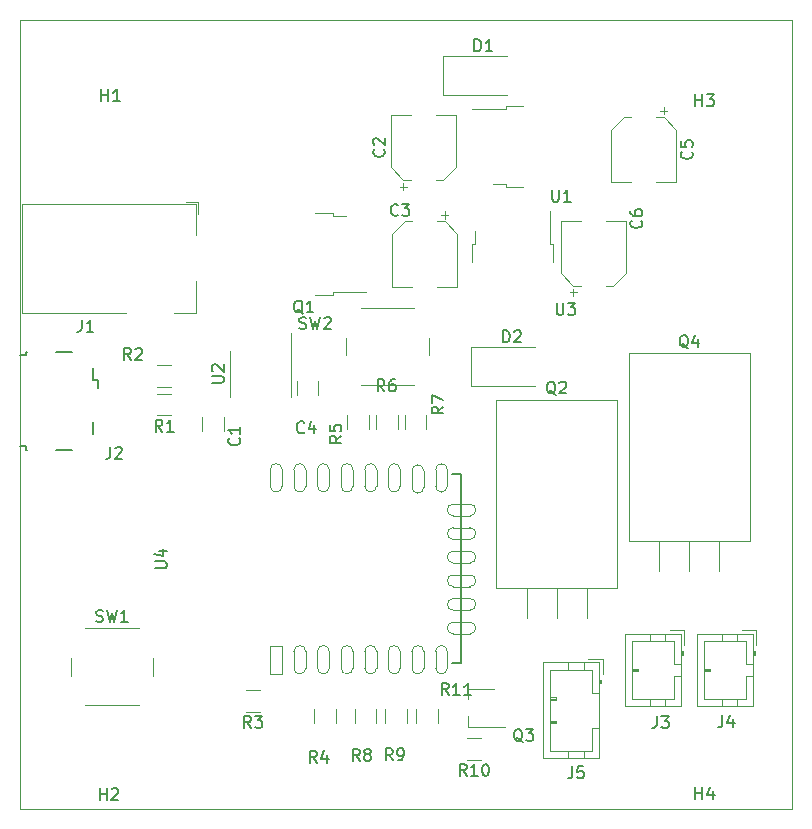
<source format=gbr>
%TF.GenerationSoftware,KiCad,Pcbnew,(5.1.5)-3*%
%TF.CreationDate,2020-09-10T16:10:11-05:00*%
%TF.ProjectId,UVLight,55564c69-6768-4742-9e6b-696361645f70,rev?*%
%TF.SameCoordinates,Original*%
%TF.FileFunction,Legend,Top*%
%TF.FilePolarity,Positive*%
%FSLAX46Y46*%
G04 Gerber Fmt 4.6, Leading zero omitted, Abs format (unit mm)*
G04 Created by KiCad (PCBNEW (5.1.5)-3) date 2020-09-10 16:10:11*
%MOMM*%
%LPD*%
G04 APERTURE LIST*
%ADD10C,0.050000*%
%ADD11C,0.120000*%
%ADD12C,0.152400*%
%ADD13C,0.150000*%
%ADD14C,0.100000*%
G04 APERTURE END LIST*
D10*
X95885000Y-140462000D02*
X95885000Y-73660000D01*
X161290000Y-140462000D02*
X95885000Y-140462000D01*
X161290000Y-73660000D02*
X161290000Y-140462000D01*
X95885000Y-73660000D02*
X161290000Y-73660000D01*
D11*
X107207000Y-129174000D02*
X107207000Y-127674000D01*
X105957000Y-125174000D02*
X101457000Y-125174000D01*
X100207000Y-127674000D02*
X100207000Y-129174000D01*
X101457000Y-131674000D02*
X105957000Y-131674000D01*
X134141000Y-101347000D02*
X139541000Y-101347000D01*
X134141000Y-104647000D02*
X139541000Y-104647000D01*
X134141000Y-101347000D02*
X134141000Y-104647000D01*
X131728000Y-76709000D02*
X137128000Y-76709000D01*
X131728000Y-80009000D02*
X137128000Y-80009000D01*
X131728000Y-76709000D02*
X131728000Y-80009000D01*
X113708000Y-103632000D02*
X113708000Y-105582000D01*
X113708000Y-103632000D02*
X113708000Y-101682000D01*
X118828000Y-103632000D02*
X118828000Y-105582000D01*
X118828000Y-103632000D02*
X118828000Y-100182000D01*
D12*
X132461000Y-128143000D02*
X133223000Y-128143000D01*
X133223000Y-128143000D02*
X133223000Y-112141000D01*
X133223000Y-112141000D02*
X132461000Y-112141000D01*
D11*
X136231000Y-121722000D02*
X146471000Y-121722000D01*
X136231000Y-105832000D02*
X146471000Y-105832000D01*
X136231000Y-105832000D02*
X136231000Y-121722000D01*
X146471000Y-105832000D02*
X146471000Y-121722000D01*
X138811000Y-121722000D02*
X138811000Y-124262000D01*
X141351000Y-121722000D02*
X141351000Y-124262000D01*
X143891000Y-121722000D02*
X143891000Y-124262000D01*
X155130000Y-117785500D02*
X155130000Y-120325500D01*
X152590000Y-117785500D02*
X152590000Y-120325500D01*
X150050000Y-117785500D02*
X150050000Y-120325500D01*
X157710000Y-101895500D02*
X157710000Y-117785500D01*
X147470000Y-101895500D02*
X147470000Y-117785500D01*
X147470000Y-101895500D02*
X157710000Y-101895500D01*
X147470000Y-117785500D02*
X157710000Y-117785500D01*
X136013000Y-130280000D02*
X133863000Y-130280000D01*
X136938000Y-133500000D02*
X133863000Y-133500000D01*
X133863000Y-133490000D02*
X133863000Y-132590000D01*
X133863000Y-131190000D02*
X133863000Y-130280000D01*
X111358000Y-107283936D02*
X111358000Y-108488064D01*
X113178000Y-107283936D02*
X113178000Y-108488064D01*
X128050500Y-87767500D02*
X128675500Y-87767500D01*
X128363000Y-88080000D02*
X128363000Y-87455000D01*
X131743563Y-87215000D02*
X132808000Y-86150563D01*
X128352437Y-87215000D02*
X127288000Y-86150563D01*
X128352437Y-87215000D02*
X128988000Y-87215000D01*
X131743563Y-87215000D02*
X131108000Y-87215000D01*
X132808000Y-86150563D02*
X132808000Y-81695000D01*
X127288000Y-86150563D02*
X127288000Y-81695000D01*
X127288000Y-81695000D02*
X128988000Y-81695000D01*
X132808000Y-81695000D02*
X131108000Y-81695000D01*
X132172500Y-90159500D02*
X131547500Y-90159500D01*
X131860000Y-89847000D02*
X131860000Y-90472000D01*
X128479437Y-90712000D02*
X127415000Y-91776437D01*
X131870563Y-90712000D02*
X132935000Y-91776437D01*
X131870563Y-90712000D02*
X131235000Y-90712000D01*
X128479437Y-90712000D02*
X129115000Y-90712000D01*
X127415000Y-91776437D02*
X127415000Y-96232000D01*
X132935000Y-91776437D02*
X132935000Y-96232000D01*
X132935000Y-96232000D02*
X131235000Y-96232000D01*
X127415000Y-96232000D02*
X129115000Y-96232000D01*
X119359000Y-105440064D02*
X119359000Y-104235936D01*
X121179000Y-105440064D02*
X121179000Y-104235936D01*
X145957000Y-87405500D02*
X147657000Y-87405500D01*
X151477000Y-87405500D02*
X149777000Y-87405500D01*
X151477000Y-82949937D02*
X151477000Y-87405500D01*
X145957000Y-82949937D02*
X145957000Y-87405500D01*
X147021437Y-81885500D02*
X147657000Y-81885500D01*
X150412563Y-81885500D02*
X149777000Y-81885500D01*
X150412563Y-81885500D02*
X151477000Y-82949937D01*
X147021437Y-81885500D02*
X145957000Y-82949937D01*
X150402000Y-81020500D02*
X150402000Y-81645500D01*
X150714500Y-81333000D02*
X150089500Y-81333000D01*
X147222000Y-90648500D02*
X145522000Y-90648500D01*
X141702000Y-90648500D02*
X143402000Y-90648500D01*
X141702000Y-95104063D02*
X141702000Y-90648500D01*
X147222000Y-95104063D02*
X147222000Y-90648500D01*
X146157563Y-96168500D02*
X145522000Y-96168500D01*
X142766437Y-96168500D02*
X143402000Y-96168500D01*
X142766437Y-96168500D02*
X141702000Y-95104063D01*
X146157563Y-96168500D02*
X147222000Y-95104063D01*
X142777000Y-97033500D02*
X142777000Y-96408500D01*
X142464500Y-96721000D02*
X143089500Y-96721000D01*
X111018500Y-90103000D02*
X111018500Y-89053000D01*
X109968500Y-89053000D02*
X111018500Y-89053000D01*
X104918500Y-98453000D02*
X96118500Y-98453000D01*
X96118500Y-98453000D02*
X96118500Y-89253000D01*
X110818500Y-95753000D02*
X110818500Y-98453000D01*
X110818500Y-98453000D02*
X108918500Y-98453000D01*
X96118500Y-89253000D02*
X110818500Y-89253000D01*
X110818500Y-89253000D02*
X110818500Y-91853000D01*
D13*
X100345000Y-101768000D02*
X98945000Y-101768000D01*
X96545000Y-101768000D02*
X96395000Y-101768000D01*
X96395000Y-101768000D02*
X96395000Y-102068000D01*
X96395000Y-102068000D02*
X95945000Y-102068000D01*
X95945000Y-109768000D02*
X96395000Y-109768000D01*
X96395000Y-109768000D02*
X96395000Y-110068000D01*
X96395000Y-110068000D02*
X96545000Y-110068000D01*
X98945000Y-110068000D02*
X100345000Y-110068000D01*
X102520000Y-104843000D02*
X102520000Y-104118000D01*
X102520000Y-104118000D02*
X102095000Y-104118000D01*
X102095000Y-104118000D02*
X102095000Y-103118000D01*
X102095000Y-107718000D02*
X102095000Y-108718000D01*
D11*
X152161000Y-125338500D02*
X150911000Y-125338500D01*
X152161000Y-126588500D02*
X152161000Y-125338500D01*
X147751000Y-128698500D02*
X148251000Y-128698500D01*
X148251000Y-128798500D02*
X147751000Y-128798500D01*
X148251000Y-128598500D02*
X148251000Y-128798500D01*
X147751000Y-128598500D02*
X148251000Y-128598500D01*
X149251000Y-131758500D02*
X149251000Y-131148500D01*
X150551000Y-131758500D02*
X150551000Y-131148500D01*
X149251000Y-125638500D02*
X149251000Y-126248500D01*
X150551000Y-125638500D02*
X150551000Y-126248500D01*
X151251000Y-129198500D02*
X151861000Y-129198500D01*
X151251000Y-131148500D02*
X151251000Y-129198500D01*
X147751000Y-131148500D02*
X151251000Y-131148500D01*
X147751000Y-126248500D02*
X147751000Y-131148500D01*
X151251000Y-126248500D02*
X147751000Y-126248500D01*
X151251000Y-128198500D02*
X151251000Y-126248500D01*
X151861000Y-128198500D02*
X151251000Y-128198500D01*
X151961000Y-127398500D02*
X151961000Y-127098500D01*
X152061000Y-127098500D02*
X151861000Y-127098500D01*
X152061000Y-127398500D02*
X152061000Y-127098500D01*
X151861000Y-127398500D02*
X152061000Y-127398500D01*
X151861000Y-131758500D02*
X151861000Y-125638500D01*
X147141000Y-131758500D02*
X151861000Y-131758500D01*
X147141000Y-125638500D02*
X147141000Y-131758500D01*
X151861000Y-125638500D02*
X147141000Y-125638500D01*
X157957000Y-125638500D02*
X153237000Y-125638500D01*
X153237000Y-125638500D02*
X153237000Y-131758500D01*
X153237000Y-131758500D02*
X157957000Y-131758500D01*
X157957000Y-131758500D02*
X157957000Y-125638500D01*
X157957000Y-127398500D02*
X158157000Y-127398500D01*
X158157000Y-127398500D02*
X158157000Y-127098500D01*
X158157000Y-127098500D02*
X157957000Y-127098500D01*
X158057000Y-127398500D02*
X158057000Y-127098500D01*
X157957000Y-128198500D02*
X157347000Y-128198500D01*
X157347000Y-128198500D02*
X157347000Y-126248500D01*
X157347000Y-126248500D02*
X153847000Y-126248500D01*
X153847000Y-126248500D02*
X153847000Y-131148500D01*
X153847000Y-131148500D02*
X157347000Y-131148500D01*
X157347000Y-131148500D02*
X157347000Y-129198500D01*
X157347000Y-129198500D02*
X157957000Y-129198500D01*
X156647000Y-125638500D02*
X156647000Y-126248500D01*
X155347000Y-125638500D02*
X155347000Y-126248500D01*
X156647000Y-131758500D02*
X156647000Y-131148500D01*
X155347000Y-131758500D02*
X155347000Y-131148500D01*
X153847000Y-128598500D02*
X154347000Y-128598500D01*
X154347000Y-128598500D02*
X154347000Y-128798500D01*
X154347000Y-128798500D02*
X153847000Y-128798500D01*
X153847000Y-128698500D02*
X154347000Y-128698500D01*
X158257000Y-126588500D02*
X158257000Y-125338500D01*
X158257000Y-125338500D02*
X157007000Y-125338500D01*
X144939000Y-128052000D02*
X140219000Y-128052000D01*
X140219000Y-128052000D02*
X140219000Y-136172000D01*
X140219000Y-136172000D02*
X144939000Y-136172000D01*
X144939000Y-136172000D02*
X144939000Y-128052000D01*
X144939000Y-129812000D02*
X145139000Y-129812000D01*
X145139000Y-129812000D02*
X145139000Y-129512000D01*
X145139000Y-129512000D02*
X144939000Y-129512000D01*
X145039000Y-129812000D02*
X145039000Y-129512000D01*
X144939000Y-130612000D02*
X144329000Y-130612000D01*
X144329000Y-130612000D02*
X144329000Y-128662000D01*
X144329000Y-128662000D02*
X140829000Y-128662000D01*
X140829000Y-128662000D02*
X140829000Y-135562000D01*
X140829000Y-135562000D02*
X144329000Y-135562000D01*
X144329000Y-135562000D02*
X144329000Y-133612000D01*
X144329000Y-133612000D02*
X144939000Y-133612000D01*
X143629000Y-128052000D02*
X143629000Y-128662000D01*
X142329000Y-128052000D02*
X142329000Y-128662000D01*
X143629000Y-136172000D02*
X143629000Y-135562000D01*
X142329000Y-136172000D02*
X142329000Y-135562000D01*
X140829000Y-131012000D02*
X141329000Y-131012000D01*
X141329000Y-131012000D02*
X141329000Y-131212000D01*
X141329000Y-131212000D02*
X140829000Y-131212000D01*
X140829000Y-131112000D02*
X141329000Y-131112000D01*
X140829000Y-133012000D02*
X141329000Y-133012000D01*
X141329000Y-133012000D02*
X141329000Y-133212000D01*
X141329000Y-133212000D02*
X140829000Y-133212000D01*
X140829000Y-133112000D02*
X141329000Y-133112000D01*
X145239000Y-129002000D02*
X145239000Y-127752000D01*
X145239000Y-127752000D02*
X143989000Y-127752000D01*
X120922000Y-96922000D02*
X122422000Y-96922000D01*
X122422000Y-96922000D02*
X122422000Y-96652000D01*
X122422000Y-96652000D02*
X125252000Y-96652000D01*
X120922000Y-90022000D02*
X122422000Y-90022000D01*
X122422000Y-90022000D02*
X122422000Y-90292000D01*
X122422000Y-90292000D02*
X123522000Y-90292000D01*
X108742064Y-105326000D02*
X107537936Y-105326000D01*
X108742064Y-107146000D02*
X107537936Y-107146000D01*
X108742064Y-104732000D02*
X107537936Y-104732000D01*
X108742064Y-102912000D02*
X107537936Y-102912000D01*
X116236064Y-132228000D02*
X115031936Y-132228000D01*
X116236064Y-130408000D02*
X115031936Y-130408000D01*
X122640000Y-131985936D02*
X122640000Y-133190064D01*
X120820000Y-131985936D02*
X120820000Y-133190064D01*
X123614000Y-107093936D02*
X123614000Y-108298064D01*
X125434000Y-107093936D02*
X125434000Y-108298064D01*
X127910000Y-107093936D02*
X127910000Y-108298064D01*
X126090000Y-107093936D02*
X126090000Y-108298064D01*
X128503000Y-107093936D02*
X128503000Y-108298064D01*
X130323000Y-107093936D02*
X130323000Y-108298064D01*
X126068000Y-133190064D02*
X126068000Y-131985936D01*
X124248000Y-133190064D02*
X124248000Y-131985936D01*
X126852000Y-133190064D02*
X126852000Y-131985936D01*
X128672000Y-133190064D02*
X128672000Y-131985936D01*
X134968064Y-134472000D02*
X133763936Y-134472000D01*
X134968064Y-136292000D02*
X133763936Y-136292000D01*
X131276000Y-131985936D02*
X131276000Y-133190064D01*
X129456000Y-131985936D02*
X129456000Y-133190064D01*
X129302000Y-98068000D02*
X124802000Y-98068000D01*
X130552000Y-102068000D02*
X130552000Y-100568000D01*
X124802000Y-104568000D02*
X129302000Y-104568000D01*
X123552000Y-100568000D02*
X123552000Y-102068000D01*
X137040000Y-87571500D02*
X135940000Y-87571500D01*
X137040000Y-87841500D02*
X137040000Y-87571500D01*
X138540000Y-87841500D02*
X137040000Y-87841500D01*
X137040000Y-81211500D02*
X134210000Y-81211500D01*
X137040000Y-80941500D02*
X137040000Y-81211500D01*
X138540000Y-80941500D02*
X137040000Y-80941500D01*
X141054000Y-94153000D02*
X141054000Y-92653000D01*
X141054000Y-92653000D02*
X140784000Y-92653000D01*
X140784000Y-92653000D02*
X140784000Y-89823000D01*
X134154000Y-94153000D02*
X134154000Y-92653000D01*
X134154000Y-92653000D02*
X134424000Y-92653000D01*
X134424000Y-92653000D02*
X134424000Y-91553000D01*
D14*
X117102000Y-126627000D02*
X117102000Y-129027000D01*
X118102000Y-129027000D01*
X118102000Y-126627000D01*
X117102000Y-126627000D01*
X120102000Y-128527000D02*
X120102000Y-127127000D01*
X119102000Y-128527000D02*
X119102000Y-127127000D01*
X120102000Y-127127000D02*
G75*
G03X119102000Y-127127000I-500000J0D01*
G01*
X119102000Y-128527000D02*
G75*
G03X120102000Y-128527000I500000J0D01*
G01*
X122102000Y-128527000D02*
X122102000Y-127127000D01*
X121102000Y-128527000D02*
X121102000Y-127127000D01*
X122102000Y-127127000D02*
G75*
G03X121102000Y-127127000I-500000J0D01*
G01*
X121102000Y-128527000D02*
G75*
G03X122102000Y-128527000I500000J0D01*
G01*
X124102000Y-128527000D02*
X124102000Y-127127000D01*
X123102000Y-128527000D02*
X123102000Y-127127000D01*
X124102000Y-127127000D02*
G75*
G03X123102000Y-127127000I-500000J0D01*
G01*
X123102000Y-128527000D02*
G75*
G03X124102000Y-128527000I500000J0D01*
G01*
X126102000Y-128527000D02*
X126102000Y-127127000D01*
X125102000Y-128527000D02*
X125102000Y-127127000D01*
X126102000Y-127127000D02*
G75*
G03X125102000Y-127127000I-500000J0D01*
G01*
X125102000Y-128527000D02*
G75*
G03X126102000Y-128527000I500000J0D01*
G01*
X128102000Y-128527000D02*
X128102000Y-127127000D01*
X127102000Y-128527000D02*
X127102000Y-127127000D01*
X128102000Y-127127000D02*
G75*
G03X127102000Y-127127000I-500000J0D01*
G01*
X127102000Y-128527000D02*
G75*
G03X128102000Y-128527000I500000J0D01*
G01*
X130102000Y-128527000D02*
X130102000Y-127127000D01*
X129102000Y-128527000D02*
X129102000Y-127127000D01*
X130102000Y-127127000D02*
G75*
G03X129102000Y-127127000I-500000J0D01*
G01*
X129102000Y-128527000D02*
G75*
G03X130102000Y-128527000I500000J0D01*
G01*
X132102000Y-128527000D02*
X132102000Y-127127000D01*
X131102000Y-128527000D02*
X131102000Y-127127000D01*
X132102000Y-127127000D02*
G75*
G03X131102000Y-127127000I-500000J0D01*
G01*
X131102000Y-128527000D02*
G75*
G03X132102000Y-128527000I500000J0D01*
G01*
X132102000Y-113127000D02*
X132102000Y-111727000D01*
X131102000Y-113127000D02*
X131102000Y-111727000D01*
X132102000Y-111727000D02*
G75*
G03X131102000Y-111727000I-500000J0D01*
G01*
X131102000Y-113127000D02*
G75*
G03X132102000Y-113127000I500000J0D01*
G01*
X130102000Y-113227000D02*
X130102000Y-111827000D01*
X129102000Y-113227000D02*
X129102000Y-111827000D01*
X130102000Y-111827000D02*
G75*
G03X129102000Y-111827000I-500000J0D01*
G01*
X129102000Y-113227000D02*
G75*
G03X130102000Y-113227000I500000J0D01*
G01*
X128102000Y-113127000D02*
X128102000Y-111727000D01*
X127102000Y-113127000D02*
X127102000Y-111727000D01*
X128102000Y-111727000D02*
G75*
G03X127102000Y-111727000I-500000J0D01*
G01*
X127102000Y-113127000D02*
G75*
G03X128102000Y-113127000I500000J0D01*
G01*
X126102000Y-113127000D02*
X126102000Y-111727000D01*
X125102000Y-113127000D02*
X125102000Y-111727000D01*
X126102000Y-111727000D02*
G75*
G03X125102000Y-111727000I-500000J0D01*
G01*
X125102000Y-113127000D02*
G75*
G03X126102000Y-113127000I500000J0D01*
G01*
X124102000Y-113127000D02*
X124102000Y-111727000D01*
X123102000Y-113127000D02*
X123102000Y-111727000D01*
X124102000Y-111727000D02*
G75*
G03X123102000Y-111727000I-500000J0D01*
G01*
X123102000Y-113127000D02*
G75*
G03X124102000Y-113127000I500000J0D01*
G01*
X122102000Y-113127000D02*
X122102000Y-111727000D01*
X121102000Y-113127000D02*
X121102000Y-111727000D01*
X122102000Y-111727000D02*
G75*
G03X121102000Y-111727000I-500000J0D01*
G01*
X121102000Y-113127000D02*
G75*
G03X122102000Y-113127000I500000J0D01*
G01*
X120102000Y-113127000D02*
X120102000Y-111727000D01*
X119102000Y-113127000D02*
X119102000Y-111727000D01*
X120102000Y-111727000D02*
G75*
G03X119102000Y-111727000I-500000J0D01*
G01*
X119102000Y-113127000D02*
G75*
G03X120102000Y-113127000I500000J0D01*
G01*
X118102000Y-113127000D02*
X118102000Y-111727000D01*
X117102000Y-113127000D02*
X117102000Y-111727000D01*
X118102000Y-111727000D02*
G75*
G03X117102000Y-111727000I-500000J0D01*
G01*
X117102000Y-113127000D02*
G75*
G03X118102000Y-113127000I500000J0D01*
G01*
X134002000Y-124637000D02*
X132602000Y-124637000D01*
X134002000Y-125637000D02*
X132602000Y-125637000D01*
X132602000Y-124637000D02*
G75*
G03X132602000Y-125637000I0J-500000D01*
G01*
X134002000Y-125637000D02*
G75*
G03X134002000Y-124637000I0J500000D01*
G01*
X134002000Y-122637000D02*
X132602000Y-122637000D01*
X134002000Y-123637000D02*
X132602000Y-123637000D01*
X132602000Y-122637000D02*
G75*
G03X132602000Y-123637000I0J-500000D01*
G01*
X134002000Y-123637000D02*
G75*
G03X134002000Y-122637000I0J500000D01*
G01*
X134002000Y-120637000D02*
X132602000Y-120637000D01*
X134002000Y-121637000D02*
X132602000Y-121637000D01*
X132602000Y-120637000D02*
G75*
G03X132602000Y-121637000I0J-500000D01*
G01*
X134002000Y-121637000D02*
G75*
G03X134002000Y-120637000I0J500000D01*
G01*
X134002000Y-118637000D02*
X132602000Y-118637000D01*
X134002000Y-119637000D02*
X132602000Y-119637000D01*
X132602000Y-118637000D02*
G75*
G03X132602000Y-119637000I0J-500000D01*
G01*
X134002000Y-119637000D02*
G75*
G03X134002000Y-118637000I0J500000D01*
G01*
X134002000Y-116637000D02*
X132602000Y-116637000D01*
X134002000Y-117637000D02*
X132602000Y-117637000D01*
X132602000Y-116637000D02*
G75*
G03X132602000Y-117637000I0J-500000D01*
G01*
X134002000Y-117637000D02*
G75*
G03X134002000Y-116637000I0J500000D01*
G01*
X134002000Y-114637000D02*
X132602000Y-114637000D01*
X134002000Y-115637000D02*
X132602000Y-115637000D01*
X132602000Y-114637000D02*
G75*
G03X132602000Y-115637000I0J-500000D01*
G01*
X134002000Y-115637000D02*
G75*
G03X134002000Y-114637000I0J500000D01*
G01*
D13*
X153098595Y-139644380D02*
X153098595Y-138644380D01*
X153098595Y-139120571D02*
X153670023Y-139120571D01*
X153670023Y-139644380D02*
X153670023Y-138644380D01*
X154574785Y-138977714D02*
X154574785Y-139644380D01*
X154336690Y-138596761D02*
X154098595Y-139311047D01*
X154717642Y-139311047D01*
X153098595Y-80970380D02*
X153098595Y-79970380D01*
X153098595Y-80446571D02*
X153670023Y-80446571D01*
X153670023Y-80970380D02*
X153670023Y-79970380D01*
X154050976Y-79970380D02*
X154670023Y-79970380D01*
X154336690Y-80351333D01*
X154479547Y-80351333D01*
X154574785Y-80398952D01*
X154622404Y-80446571D01*
X154670023Y-80541809D01*
X154670023Y-80779904D01*
X154622404Y-80875142D01*
X154574785Y-80922761D01*
X154479547Y-80970380D01*
X154193833Y-80970380D01*
X154098595Y-80922761D01*
X154050976Y-80875142D01*
X102679595Y-139707880D02*
X102679595Y-138707880D01*
X102679595Y-139184071D02*
X103251023Y-139184071D01*
X103251023Y-139707880D02*
X103251023Y-138707880D01*
X103679595Y-138803119D02*
X103727214Y-138755500D01*
X103822452Y-138707880D01*
X104060547Y-138707880D01*
X104155785Y-138755500D01*
X104203404Y-138803119D01*
X104251023Y-138898357D01*
X104251023Y-138993595D01*
X104203404Y-139136452D01*
X103631976Y-139707880D01*
X104251023Y-139707880D01*
X102806595Y-80525880D02*
X102806595Y-79525880D01*
X102806595Y-80002071D02*
X103378023Y-80002071D01*
X103378023Y-80525880D02*
X103378023Y-79525880D01*
X104378023Y-80525880D02*
X103806595Y-80525880D01*
X104092309Y-80525880D02*
X104092309Y-79525880D01*
X103997071Y-79668738D01*
X103901833Y-79763976D01*
X103806595Y-79811595D01*
X102373666Y-124578761D02*
X102516523Y-124626380D01*
X102754619Y-124626380D01*
X102849857Y-124578761D01*
X102897476Y-124531142D01*
X102945095Y-124435904D01*
X102945095Y-124340666D01*
X102897476Y-124245428D01*
X102849857Y-124197809D01*
X102754619Y-124150190D01*
X102564142Y-124102571D01*
X102468904Y-124054952D01*
X102421285Y-124007333D01*
X102373666Y-123912095D01*
X102373666Y-123816857D01*
X102421285Y-123721619D01*
X102468904Y-123674000D01*
X102564142Y-123626380D01*
X102802238Y-123626380D01*
X102945095Y-123674000D01*
X103278428Y-123626380D02*
X103516523Y-124626380D01*
X103707000Y-123912095D01*
X103897476Y-124626380D01*
X104135571Y-123626380D01*
X105040333Y-124626380D02*
X104468904Y-124626380D01*
X104754619Y-124626380D02*
X104754619Y-123626380D01*
X104659380Y-123769238D01*
X104564142Y-123864476D01*
X104468904Y-123912095D01*
X136802904Y-100949380D02*
X136802904Y-99949380D01*
X137041000Y-99949380D01*
X137183857Y-99997000D01*
X137279095Y-100092238D01*
X137326714Y-100187476D01*
X137374333Y-100377952D01*
X137374333Y-100520809D01*
X137326714Y-100711285D01*
X137279095Y-100806523D01*
X137183857Y-100901761D01*
X137041000Y-100949380D01*
X136802904Y-100949380D01*
X137755285Y-100044619D02*
X137802904Y-99997000D01*
X137898142Y-99949380D01*
X138136238Y-99949380D01*
X138231476Y-99997000D01*
X138279095Y-100044619D01*
X138326714Y-100139857D01*
X138326714Y-100235095D01*
X138279095Y-100377952D01*
X137707666Y-100949380D01*
X138326714Y-100949380D01*
X134389904Y-76311380D02*
X134389904Y-75311380D01*
X134628000Y-75311380D01*
X134770857Y-75359000D01*
X134866095Y-75454238D01*
X134913714Y-75549476D01*
X134961333Y-75739952D01*
X134961333Y-75882809D01*
X134913714Y-76073285D01*
X134866095Y-76168523D01*
X134770857Y-76263761D01*
X134628000Y-76311380D01*
X134389904Y-76311380D01*
X135913714Y-76311380D02*
X135342285Y-76311380D01*
X135628000Y-76311380D02*
X135628000Y-75311380D01*
X135532761Y-75454238D01*
X135437523Y-75549476D01*
X135342285Y-75597095D01*
X112164880Y-104393904D02*
X112974404Y-104393904D01*
X113069642Y-104346285D01*
X113117261Y-104298666D01*
X113164880Y-104203428D01*
X113164880Y-104012952D01*
X113117261Y-103917714D01*
X113069642Y-103870095D01*
X112974404Y-103822476D01*
X112164880Y-103822476D01*
X112260119Y-103393904D02*
X112212500Y-103346285D01*
X112164880Y-103251047D01*
X112164880Y-103012952D01*
X112212500Y-102917714D01*
X112260119Y-102870095D01*
X112355357Y-102822476D01*
X112450595Y-102822476D01*
X112593452Y-102870095D01*
X113164880Y-103441523D01*
X113164880Y-102822476D01*
X107338880Y-120078404D02*
X108148404Y-120078404D01*
X108243642Y-120030785D01*
X108291261Y-119983166D01*
X108338880Y-119887928D01*
X108338880Y-119697452D01*
X108291261Y-119602214D01*
X108243642Y-119554595D01*
X108148404Y-119506976D01*
X107338880Y-119506976D01*
X107672214Y-118602214D02*
X108338880Y-118602214D01*
X107291261Y-118840309D02*
X108005547Y-119078404D01*
X108005547Y-118459357D01*
X141255761Y-105379619D02*
X141160523Y-105332000D01*
X141065285Y-105236761D01*
X140922428Y-105093904D01*
X140827190Y-105046285D01*
X140731952Y-105046285D01*
X140779571Y-105284380D02*
X140684333Y-105236761D01*
X140589095Y-105141523D01*
X140541476Y-104951047D01*
X140541476Y-104617714D01*
X140589095Y-104427238D01*
X140684333Y-104332000D01*
X140779571Y-104284380D01*
X140970047Y-104284380D01*
X141065285Y-104332000D01*
X141160523Y-104427238D01*
X141208142Y-104617714D01*
X141208142Y-104951047D01*
X141160523Y-105141523D01*
X141065285Y-105236761D01*
X140970047Y-105284380D01*
X140779571Y-105284380D01*
X141589095Y-104379619D02*
X141636714Y-104332000D01*
X141731952Y-104284380D01*
X141970047Y-104284380D01*
X142065285Y-104332000D01*
X142112904Y-104379619D01*
X142160523Y-104474857D01*
X142160523Y-104570095D01*
X142112904Y-104712952D01*
X141541476Y-105284380D01*
X142160523Y-105284380D01*
X152494761Y-101443119D02*
X152399523Y-101395500D01*
X152304285Y-101300261D01*
X152161428Y-101157404D01*
X152066190Y-101109785D01*
X151970952Y-101109785D01*
X152018571Y-101347880D02*
X151923333Y-101300261D01*
X151828095Y-101205023D01*
X151780476Y-101014547D01*
X151780476Y-100681214D01*
X151828095Y-100490738D01*
X151923333Y-100395500D01*
X152018571Y-100347880D01*
X152209047Y-100347880D01*
X152304285Y-100395500D01*
X152399523Y-100490738D01*
X152447142Y-100681214D01*
X152447142Y-101014547D01*
X152399523Y-101205023D01*
X152304285Y-101300261D01*
X152209047Y-101347880D01*
X152018571Y-101347880D01*
X153304285Y-100681214D02*
X153304285Y-101347880D01*
X153066190Y-100300261D02*
X152828095Y-101014547D01*
X153447142Y-101014547D01*
X138461761Y-134786619D02*
X138366523Y-134739000D01*
X138271285Y-134643761D01*
X138128428Y-134500904D01*
X138033190Y-134453285D01*
X137937952Y-134453285D01*
X137985571Y-134691380D02*
X137890333Y-134643761D01*
X137795095Y-134548523D01*
X137747476Y-134358047D01*
X137747476Y-134024714D01*
X137795095Y-133834238D01*
X137890333Y-133739000D01*
X137985571Y-133691380D01*
X138176047Y-133691380D01*
X138271285Y-133739000D01*
X138366523Y-133834238D01*
X138414142Y-134024714D01*
X138414142Y-134358047D01*
X138366523Y-134548523D01*
X138271285Y-134643761D01*
X138176047Y-134691380D01*
X137985571Y-134691380D01*
X138747476Y-133691380D02*
X139366523Y-133691380D01*
X139033190Y-134072333D01*
X139176047Y-134072333D01*
X139271285Y-134119952D01*
X139318904Y-134167571D01*
X139366523Y-134262809D01*
X139366523Y-134500904D01*
X139318904Y-134596142D01*
X139271285Y-134643761D01*
X139176047Y-134691380D01*
X138890333Y-134691380D01*
X138795095Y-134643761D01*
X138747476Y-134596142D01*
X114466642Y-109069166D02*
X114514261Y-109116785D01*
X114561880Y-109259642D01*
X114561880Y-109354880D01*
X114514261Y-109497738D01*
X114419023Y-109592976D01*
X114323785Y-109640595D01*
X114133309Y-109688214D01*
X113990452Y-109688214D01*
X113799976Y-109640595D01*
X113704738Y-109592976D01*
X113609500Y-109497738D01*
X113561880Y-109354880D01*
X113561880Y-109259642D01*
X113609500Y-109116785D01*
X113657119Y-109069166D01*
X114561880Y-108116785D02*
X114561880Y-108688214D01*
X114561880Y-108402500D02*
X113561880Y-108402500D01*
X113704738Y-108497738D01*
X113799976Y-108592976D01*
X113847595Y-108688214D01*
X126705142Y-84621666D02*
X126752761Y-84669285D01*
X126800380Y-84812142D01*
X126800380Y-84907380D01*
X126752761Y-85050238D01*
X126657523Y-85145476D01*
X126562285Y-85193095D01*
X126371809Y-85240714D01*
X126228952Y-85240714D01*
X126038476Y-85193095D01*
X125943238Y-85145476D01*
X125848000Y-85050238D01*
X125800380Y-84907380D01*
X125800380Y-84812142D01*
X125848000Y-84669285D01*
X125895619Y-84621666D01*
X125895619Y-84240714D02*
X125848000Y-84193095D01*
X125800380Y-84097857D01*
X125800380Y-83859761D01*
X125848000Y-83764523D01*
X125895619Y-83716904D01*
X125990857Y-83669285D01*
X126086095Y-83669285D01*
X126228952Y-83716904D01*
X126800380Y-84288333D01*
X126800380Y-83669285D01*
X127912833Y-90146142D02*
X127865214Y-90193761D01*
X127722357Y-90241380D01*
X127627119Y-90241380D01*
X127484261Y-90193761D01*
X127389023Y-90098523D01*
X127341404Y-90003285D01*
X127293785Y-89812809D01*
X127293785Y-89669952D01*
X127341404Y-89479476D01*
X127389023Y-89384238D01*
X127484261Y-89289000D01*
X127627119Y-89241380D01*
X127722357Y-89241380D01*
X127865214Y-89289000D01*
X127912833Y-89336619D01*
X128246166Y-89241380D02*
X128865214Y-89241380D01*
X128531880Y-89622333D01*
X128674738Y-89622333D01*
X128769976Y-89669952D01*
X128817595Y-89717571D01*
X128865214Y-89812809D01*
X128865214Y-90050904D01*
X128817595Y-90146142D01*
X128769976Y-90193761D01*
X128674738Y-90241380D01*
X128389023Y-90241380D01*
X128293785Y-90193761D01*
X128246166Y-90146142D01*
X119975333Y-108561142D02*
X119927714Y-108608761D01*
X119784857Y-108656380D01*
X119689619Y-108656380D01*
X119546761Y-108608761D01*
X119451523Y-108513523D01*
X119403904Y-108418285D01*
X119356285Y-108227809D01*
X119356285Y-108084952D01*
X119403904Y-107894476D01*
X119451523Y-107799238D01*
X119546761Y-107704000D01*
X119689619Y-107656380D01*
X119784857Y-107656380D01*
X119927714Y-107704000D01*
X119975333Y-107751619D01*
X120832476Y-107989714D02*
X120832476Y-108656380D01*
X120594380Y-107608761D02*
X120356285Y-108323047D01*
X120975333Y-108323047D01*
X152774142Y-84812166D02*
X152821761Y-84859785D01*
X152869380Y-85002642D01*
X152869380Y-85097880D01*
X152821761Y-85240738D01*
X152726523Y-85335976D01*
X152631285Y-85383595D01*
X152440809Y-85431214D01*
X152297952Y-85431214D01*
X152107476Y-85383595D01*
X152012238Y-85335976D01*
X151917000Y-85240738D01*
X151869380Y-85097880D01*
X151869380Y-85002642D01*
X151917000Y-84859785D01*
X151964619Y-84812166D01*
X151869380Y-83907404D02*
X151869380Y-84383595D01*
X152345571Y-84431214D01*
X152297952Y-84383595D01*
X152250333Y-84288357D01*
X152250333Y-84050261D01*
X152297952Y-83955023D01*
X152345571Y-83907404D01*
X152440809Y-83859785D01*
X152678904Y-83859785D01*
X152774142Y-83907404D01*
X152821761Y-83955023D01*
X152869380Y-84050261D01*
X152869380Y-84288357D01*
X152821761Y-84383595D01*
X152774142Y-84431214D01*
X148502642Y-90654166D02*
X148550261Y-90701785D01*
X148597880Y-90844642D01*
X148597880Y-90939880D01*
X148550261Y-91082738D01*
X148455023Y-91177976D01*
X148359785Y-91225595D01*
X148169309Y-91273214D01*
X148026452Y-91273214D01*
X147835976Y-91225595D01*
X147740738Y-91177976D01*
X147645500Y-91082738D01*
X147597880Y-90939880D01*
X147597880Y-90844642D01*
X147645500Y-90701785D01*
X147693119Y-90654166D01*
X147597880Y-89797023D02*
X147597880Y-89987500D01*
X147645500Y-90082738D01*
X147693119Y-90130357D01*
X147835976Y-90225595D01*
X148026452Y-90273214D01*
X148407404Y-90273214D01*
X148502642Y-90225595D01*
X148550261Y-90177976D01*
X148597880Y-90082738D01*
X148597880Y-89892261D01*
X148550261Y-89797023D01*
X148502642Y-89749404D01*
X148407404Y-89701785D01*
X148169309Y-89701785D01*
X148074071Y-89749404D01*
X148026452Y-89797023D01*
X147978833Y-89892261D01*
X147978833Y-90082738D01*
X148026452Y-90177976D01*
X148074071Y-90225595D01*
X148169309Y-90273214D01*
X101135166Y-99055380D02*
X101135166Y-99769666D01*
X101087547Y-99912523D01*
X100992309Y-100007761D01*
X100849452Y-100055380D01*
X100754214Y-100055380D01*
X102135166Y-100055380D02*
X101563738Y-100055380D01*
X101849452Y-100055380D02*
X101849452Y-99055380D01*
X101754214Y-99198238D01*
X101658976Y-99293476D01*
X101563738Y-99341095D01*
X103552666Y-109815380D02*
X103552666Y-110529666D01*
X103505047Y-110672523D01*
X103409809Y-110767761D01*
X103266952Y-110815380D01*
X103171714Y-110815380D01*
X103981238Y-109910619D02*
X104028857Y-109863000D01*
X104124095Y-109815380D01*
X104362190Y-109815380D01*
X104457428Y-109863000D01*
X104505047Y-109910619D01*
X104552666Y-110005857D01*
X104552666Y-110101095D01*
X104505047Y-110243952D01*
X103933619Y-110815380D01*
X104552666Y-110815380D01*
X149844166Y-132611880D02*
X149844166Y-133326166D01*
X149796547Y-133469023D01*
X149701309Y-133564261D01*
X149558452Y-133611880D01*
X149463214Y-133611880D01*
X150225119Y-132611880D02*
X150844166Y-132611880D01*
X150510833Y-132992833D01*
X150653690Y-132992833D01*
X150748928Y-133040452D01*
X150796547Y-133088071D01*
X150844166Y-133183309D01*
X150844166Y-133421404D01*
X150796547Y-133516642D01*
X150748928Y-133564261D01*
X150653690Y-133611880D01*
X150367976Y-133611880D01*
X150272738Y-133564261D01*
X150225119Y-133516642D01*
X155368666Y-132548380D02*
X155368666Y-133262666D01*
X155321047Y-133405523D01*
X155225809Y-133500761D01*
X155082952Y-133548380D01*
X154987714Y-133548380D01*
X156273428Y-132881714D02*
X156273428Y-133548380D01*
X156035333Y-132500761D02*
X155797238Y-133215047D01*
X156416285Y-133215047D01*
X142668666Y-136866380D02*
X142668666Y-137580666D01*
X142621047Y-137723523D01*
X142525809Y-137818761D01*
X142382952Y-137866380D01*
X142287714Y-137866380D01*
X143621047Y-136866380D02*
X143144857Y-136866380D01*
X143097238Y-137342571D01*
X143144857Y-137294952D01*
X143240095Y-137247333D01*
X143478190Y-137247333D01*
X143573428Y-137294952D01*
X143621047Y-137342571D01*
X143668666Y-137437809D01*
X143668666Y-137675904D01*
X143621047Y-137771142D01*
X143573428Y-137818761D01*
X143478190Y-137866380D01*
X143240095Y-137866380D01*
X143144857Y-137818761D01*
X143097238Y-137771142D01*
X119856761Y-98519619D02*
X119761523Y-98472000D01*
X119666285Y-98376761D01*
X119523428Y-98233904D01*
X119428190Y-98186285D01*
X119332952Y-98186285D01*
X119380571Y-98424380D02*
X119285333Y-98376761D01*
X119190095Y-98281523D01*
X119142476Y-98091047D01*
X119142476Y-97757714D01*
X119190095Y-97567238D01*
X119285333Y-97472000D01*
X119380571Y-97424380D01*
X119571047Y-97424380D01*
X119666285Y-97472000D01*
X119761523Y-97567238D01*
X119809142Y-97757714D01*
X119809142Y-98091047D01*
X119761523Y-98281523D01*
X119666285Y-98376761D01*
X119571047Y-98424380D01*
X119380571Y-98424380D01*
X120761523Y-98424380D02*
X120190095Y-98424380D01*
X120475809Y-98424380D02*
X120475809Y-97424380D01*
X120380571Y-97567238D01*
X120285333Y-97662476D01*
X120190095Y-97710095D01*
X107973333Y-108508380D02*
X107640000Y-108032190D01*
X107401904Y-108508380D02*
X107401904Y-107508380D01*
X107782857Y-107508380D01*
X107878095Y-107556000D01*
X107925714Y-107603619D01*
X107973333Y-107698857D01*
X107973333Y-107841714D01*
X107925714Y-107936952D01*
X107878095Y-107984571D01*
X107782857Y-108032190D01*
X107401904Y-108032190D01*
X108925714Y-108508380D02*
X108354285Y-108508380D01*
X108640000Y-108508380D02*
X108640000Y-107508380D01*
X108544761Y-107651238D01*
X108449523Y-107746476D01*
X108354285Y-107794095D01*
X105306833Y-102433380D02*
X104973500Y-101957190D01*
X104735404Y-102433380D02*
X104735404Y-101433380D01*
X105116357Y-101433380D01*
X105211595Y-101481000D01*
X105259214Y-101528619D01*
X105306833Y-101623857D01*
X105306833Y-101766714D01*
X105259214Y-101861952D01*
X105211595Y-101909571D01*
X105116357Y-101957190D01*
X104735404Y-101957190D01*
X105687785Y-101528619D02*
X105735404Y-101481000D01*
X105830642Y-101433380D01*
X106068738Y-101433380D01*
X106163976Y-101481000D01*
X106211595Y-101528619D01*
X106259214Y-101623857D01*
X106259214Y-101719095D01*
X106211595Y-101861952D01*
X105640166Y-102433380D01*
X106259214Y-102433380D01*
X115467333Y-133590380D02*
X115134000Y-133114190D01*
X114895904Y-133590380D02*
X114895904Y-132590380D01*
X115276857Y-132590380D01*
X115372095Y-132638000D01*
X115419714Y-132685619D01*
X115467333Y-132780857D01*
X115467333Y-132923714D01*
X115419714Y-133018952D01*
X115372095Y-133066571D01*
X115276857Y-133114190D01*
X114895904Y-133114190D01*
X115800666Y-132590380D02*
X116419714Y-132590380D01*
X116086380Y-132971333D01*
X116229238Y-132971333D01*
X116324476Y-133018952D01*
X116372095Y-133066571D01*
X116419714Y-133161809D01*
X116419714Y-133399904D01*
X116372095Y-133495142D01*
X116324476Y-133542761D01*
X116229238Y-133590380D01*
X115943523Y-133590380D01*
X115848285Y-133542761D01*
X115800666Y-133495142D01*
X121054833Y-136532880D02*
X120721500Y-136056690D01*
X120483404Y-136532880D02*
X120483404Y-135532880D01*
X120864357Y-135532880D01*
X120959595Y-135580500D01*
X121007214Y-135628119D01*
X121054833Y-135723357D01*
X121054833Y-135866214D01*
X121007214Y-135961452D01*
X120959595Y-136009071D01*
X120864357Y-136056690D01*
X120483404Y-136056690D01*
X121911976Y-135866214D02*
X121911976Y-136532880D01*
X121673880Y-135485261D02*
X121435785Y-136199547D01*
X122054833Y-136199547D01*
X123134380Y-108878666D02*
X122658190Y-109212000D01*
X123134380Y-109450095D02*
X122134380Y-109450095D01*
X122134380Y-109069142D01*
X122182000Y-108973904D01*
X122229619Y-108926285D01*
X122324857Y-108878666D01*
X122467714Y-108878666D01*
X122562952Y-108926285D01*
X122610571Y-108973904D01*
X122658190Y-109069142D01*
X122658190Y-109450095D01*
X122134380Y-107973904D02*
X122134380Y-108450095D01*
X122610571Y-108497714D01*
X122562952Y-108450095D01*
X122515333Y-108354857D01*
X122515333Y-108116761D01*
X122562952Y-108021523D01*
X122610571Y-107973904D01*
X122705809Y-107926285D01*
X122943904Y-107926285D01*
X123039142Y-107973904D01*
X123086761Y-108021523D01*
X123134380Y-108116761D01*
X123134380Y-108354857D01*
X123086761Y-108450095D01*
X123039142Y-108497714D01*
X126769833Y-105100380D02*
X126436500Y-104624190D01*
X126198404Y-105100380D02*
X126198404Y-104100380D01*
X126579357Y-104100380D01*
X126674595Y-104148000D01*
X126722214Y-104195619D01*
X126769833Y-104290857D01*
X126769833Y-104433714D01*
X126722214Y-104528952D01*
X126674595Y-104576571D01*
X126579357Y-104624190D01*
X126198404Y-104624190D01*
X127626976Y-104100380D02*
X127436500Y-104100380D01*
X127341261Y-104148000D01*
X127293642Y-104195619D01*
X127198404Y-104338476D01*
X127150785Y-104528952D01*
X127150785Y-104909904D01*
X127198404Y-105005142D01*
X127246023Y-105052761D01*
X127341261Y-105100380D01*
X127531738Y-105100380D01*
X127626976Y-105052761D01*
X127674595Y-105005142D01*
X127722214Y-104909904D01*
X127722214Y-104671809D01*
X127674595Y-104576571D01*
X127626976Y-104528952D01*
X127531738Y-104481333D01*
X127341261Y-104481333D01*
X127246023Y-104528952D01*
X127198404Y-104576571D01*
X127150785Y-104671809D01*
X131770380Y-106402166D02*
X131294190Y-106735500D01*
X131770380Y-106973595D02*
X130770380Y-106973595D01*
X130770380Y-106592642D01*
X130818000Y-106497404D01*
X130865619Y-106449785D01*
X130960857Y-106402166D01*
X131103714Y-106402166D01*
X131198952Y-106449785D01*
X131246571Y-106497404D01*
X131294190Y-106592642D01*
X131294190Y-106973595D01*
X130770380Y-106068833D02*
X130770380Y-105402166D01*
X131770380Y-105830738D01*
X124674333Y-136405880D02*
X124341000Y-135929690D01*
X124102904Y-136405880D02*
X124102904Y-135405880D01*
X124483857Y-135405880D01*
X124579095Y-135453500D01*
X124626714Y-135501119D01*
X124674333Y-135596357D01*
X124674333Y-135739214D01*
X124626714Y-135834452D01*
X124579095Y-135882071D01*
X124483857Y-135929690D01*
X124102904Y-135929690D01*
X125245761Y-135834452D02*
X125150523Y-135786833D01*
X125102904Y-135739214D01*
X125055285Y-135643976D01*
X125055285Y-135596357D01*
X125102904Y-135501119D01*
X125150523Y-135453500D01*
X125245761Y-135405880D01*
X125436238Y-135405880D01*
X125531476Y-135453500D01*
X125579095Y-135501119D01*
X125626714Y-135596357D01*
X125626714Y-135643976D01*
X125579095Y-135739214D01*
X125531476Y-135786833D01*
X125436238Y-135834452D01*
X125245761Y-135834452D01*
X125150523Y-135882071D01*
X125102904Y-135929690D01*
X125055285Y-136024928D01*
X125055285Y-136215404D01*
X125102904Y-136310642D01*
X125150523Y-136358261D01*
X125245761Y-136405880D01*
X125436238Y-136405880D01*
X125531476Y-136358261D01*
X125579095Y-136310642D01*
X125626714Y-136215404D01*
X125626714Y-136024928D01*
X125579095Y-135929690D01*
X125531476Y-135882071D01*
X125436238Y-135834452D01*
X127468333Y-136342380D02*
X127135000Y-135866190D01*
X126896904Y-136342380D02*
X126896904Y-135342380D01*
X127277857Y-135342380D01*
X127373095Y-135390000D01*
X127420714Y-135437619D01*
X127468333Y-135532857D01*
X127468333Y-135675714D01*
X127420714Y-135770952D01*
X127373095Y-135818571D01*
X127277857Y-135866190D01*
X126896904Y-135866190D01*
X127944523Y-136342380D02*
X128135000Y-136342380D01*
X128230238Y-136294761D01*
X128277857Y-136247142D01*
X128373095Y-136104285D01*
X128420714Y-135913809D01*
X128420714Y-135532857D01*
X128373095Y-135437619D01*
X128325476Y-135390000D01*
X128230238Y-135342380D01*
X128039761Y-135342380D01*
X127944523Y-135390000D01*
X127896904Y-135437619D01*
X127849285Y-135532857D01*
X127849285Y-135770952D01*
X127896904Y-135866190D01*
X127944523Y-135913809D01*
X128039761Y-135961428D01*
X128230238Y-135961428D01*
X128325476Y-135913809D01*
X128373095Y-135866190D01*
X128420714Y-135770952D01*
X133723142Y-137654380D02*
X133389809Y-137178190D01*
X133151714Y-137654380D02*
X133151714Y-136654380D01*
X133532666Y-136654380D01*
X133627904Y-136702000D01*
X133675523Y-136749619D01*
X133723142Y-136844857D01*
X133723142Y-136987714D01*
X133675523Y-137082952D01*
X133627904Y-137130571D01*
X133532666Y-137178190D01*
X133151714Y-137178190D01*
X134675523Y-137654380D02*
X134104095Y-137654380D01*
X134389809Y-137654380D02*
X134389809Y-136654380D01*
X134294571Y-136797238D01*
X134199333Y-136892476D01*
X134104095Y-136940095D01*
X135294571Y-136654380D02*
X135389809Y-136654380D01*
X135485047Y-136702000D01*
X135532666Y-136749619D01*
X135580285Y-136844857D01*
X135627904Y-137035333D01*
X135627904Y-137273428D01*
X135580285Y-137463904D01*
X135532666Y-137559142D01*
X135485047Y-137606761D01*
X135389809Y-137654380D01*
X135294571Y-137654380D01*
X135199333Y-137606761D01*
X135151714Y-137559142D01*
X135104095Y-137463904D01*
X135056476Y-137273428D01*
X135056476Y-137035333D01*
X135104095Y-136844857D01*
X135151714Y-136749619D01*
X135199333Y-136702000D01*
X135294571Y-136654380D01*
X132199142Y-130817880D02*
X131865809Y-130341690D01*
X131627714Y-130817880D02*
X131627714Y-129817880D01*
X132008666Y-129817880D01*
X132103904Y-129865500D01*
X132151523Y-129913119D01*
X132199142Y-130008357D01*
X132199142Y-130151214D01*
X132151523Y-130246452D01*
X132103904Y-130294071D01*
X132008666Y-130341690D01*
X131627714Y-130341690D01*
X133151523Y-130817880D02*
X132580095Y-130817880D01*
X132865809Y-130817880D02*
X132865809Y-129817880D01*
X132770571Y-129960738D01*
X132675333Y-130055976D01*
X132580095Y-130103595D01*
X134103904Y-130817880D02*
X133532476Y-130817880D01*
X133818190Y-130817880D02*
X133818190Y-129817880D01*
X133722952Y-129960738D01*
X133627714Y-130055976D01*
X133532476Y-130103595D01*
X119570166Y-99782261D02*
X119713023Y-99829880D01*
X119951119Y-99829880D01*
X120046357Y-99782261D01*
X120093976Y-99734642D01*
X120141595Y-99639404D01*
X120141595Y-99544166D01*
X120093976Y-99448928D01*
X120046357Y-99401309D01*
X119951119Y-99353690D01*
X119760642Y-99306071D01*
X119665404Y-99258452D01*
X119617785Y-99210833D01*
X119570166Y-99115595D01*
X119570166Y-99020357D01*
X119617785Y-98925119D01*
X119665404Y-98877500D01*
X119760642Y-98829880D01*
X119998738Y-98829880D01*
X120141595Y-98877500D01*
X120474928Y-98829880D02*
X120713023Y-99829880D01*
X120903500Y-99115595D01*
X121093976Y-99829880D01*
X121332071Y-98829880D01*
X121665404Y-98925119D02*
X121713023Y-98877500D01*
X121808261Y-98829880D01*
X122046357Y-98829880D01*
X122141595Y-98877500D01*
X122189214Y-98925119D01*
X122236833Y-99020357D01*
X122236833Y-99115595D01*
X122189214Y-99258452D01*
X121617785Y-99829880D01*
X122236833Y-99829880D01*
X140970095Y-88034880D02*
X140970095Y-88844404D01*
X141017714Y-88939642D01*
X141065333Y-88987261D01*
X141160571Y-89034880D01*
X141351047Y-89034880D01*
X141446285Y-88987261D01*
X141493904Y-88939642D01*
X141541523Y-88844404D01*
X141541523Y-88034880D01*
X142541523Y-89034880D02*
X141970095Y-89034880D01*
X142255809Y-89034880D02*
X142255809Y-88034880D01*
X142160571Y-88177738D01*
X142065333Y-88272976D01*
X141970095Y-88320595D01*
X141342095Y-97623380D02*
X141342095Y-98432904D01*
X141389714Y-98528142D01*
X141437333Y-98575761D01*
X141532571Y-98623380D01*
X141723047Y-98623380D01*
X141818285Y-98575761D01*
X141865904Y-98528142D01*
X141913523Y-98432904D01*
X141913523Y-97623380D01*
X142294476Y-97623380D02*
X142913523Y-97623380D01*
X142580190Y-98004333D01*
X142723047Y-98004333D01*
X142818285Y-98051952D01*
X142865904Y-98099571D01*
X142913523Y-98194809D01*
X142913523Y-98432904D01*
X142865904Y-98528142D01*
X142818285Y-98575761D01*
X142723047Y-98623380D01*
X142437333Y-98623380D01*
X142342095Y-98575761D01*
X142294476Y-98528142D01*
M02*

</source>
